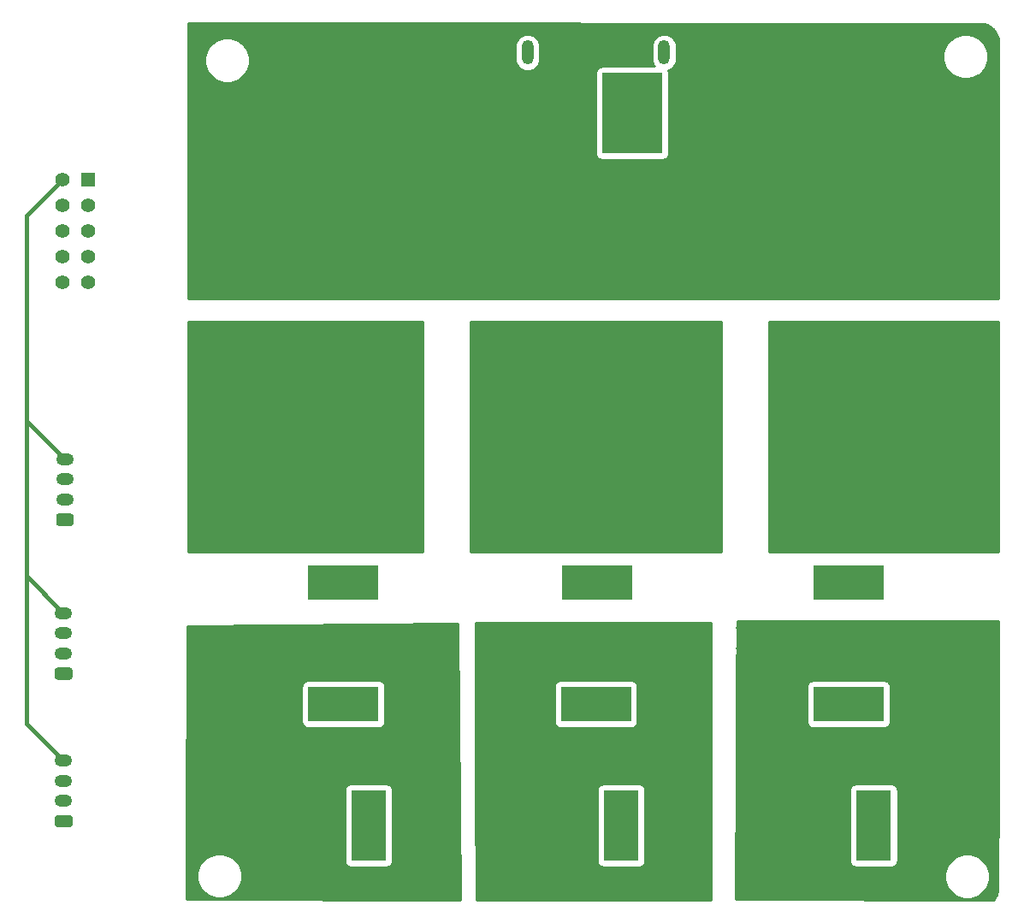
<source format=gbr>
G04 #@! TF.GenerationSoftware,KiCad,Pcbnew,(5.1.10)-1*
G04 #@! TF.CreationDate,2022-04-16T12:49:33+05:30*
G04 #@! TF.ProjectId,New PCB Stack,4e657720-5043-4422-9053-7461636b2e6b,rev?*
G04 #@! TF.SameCoordinates,Original*
G04 #@! TF.FileFunction,Copper,L1,Top*
G04 #@! TF.FilePolarity,Positive*
%FSLAX46Y46*%
G04 Gerber Fmt 4.6, Leading zero omitted, Abs format (unit mm)*
G04 Created by KiCad (PCBNEW (5.1.10)-1) date 2022-04-16 12:49:33*
%MOMM*%
%LPD*%
G01*
G04 APERTURE LIST*
G04 #@! TA.AperFunction,ComponentPad*
%ADD10O,1.200000X2.400000*%
G04 #@! TD*
G04 #@! TA.AperFunction,ComponentPad*
%ADD11R,6.000000X8.000000*%
G04 #@! TD*
G04 #@! TA.AperFunction,ComponentPad*
%ADD12R,3.500000X7.000000*%
G04 #@! TD*
G04 #@! TA.AperFunction,ComponentPad*
%ADD13R,7.000000X3.500000*%
G04 #@! TD*
G04 #@! TA.AperFunction,ComponentPad*
%ADD14C,1.398000*%
G04 #@! TD*
G04 #@! TA.AperFunction,ComponentPad*
%ADD15R,1.398000X1.398000*%
G04 #@! TD*
G04 #@! TA.AperFunction,ComponentPad*
%ADD16O,1.750000X1.200000*%
G04 #@! TD*
G04 #@! TA.AperFunction,ComponentPad*
%ADD17C,2.400000*%
G04 #@! TD*
G04 #@! TA.AperFunction,ViaPad*
%ADD18C,0.800000*%
G04 #@! TD*
G04 #@! TA.AperFunction,Conductor*
%ADD19C,0.400000*%
G04 #@! TD*
G04 #@! TA.AperFunction,Conductor*
%ADD20C,0.254000*%
G04 #@! TD*
G04 #@! TA.AperFunction,Conductor*
%ADD21C,0.100000*%
G04 #@! TD*
G04 APERTURE END LIST*
D10*
G04 #@! TO.P,J5,S2*
G04 #@! TO.N,N/C*
X143250000Y-40500000D03*
G04 #@! TO.P,J5,S1*
X129750000Y-40500000D03*
D11*
G04 #@! TO.P,J5,2*
G04 #@! TO.N,GND*
X140100000Y-46500000D03*
G04 #@! TO.P,J5,1*
G04 #@! TO.N,+24V*
X132900000Y-46500000D03*
G04 #@! TD*
D12*
G04 #@! TO.P,J12,2*
G04 #@! TO.N,Net-(J12-Pad2)*
X159000000Y-117000000D03*
G04 #@! TO.P,J12,1*
G04 #@! TO.N,Net-(J12-Pad1)*
X164000000Y-117000000D03*
G04 #@! TD*
G04 #@! TO.P,J9,2*
G04 #@! TO.N,Net-(J10-Pad1)*
X134000000Y-117000000D03*
G04 #@! TO.P,J9,1*
G04 #@! TO.N,Net-(J10-Pad2)*
X139000000Y-117000000D03*
G04 #@! TD*
G04 #@! TO.P,J7,2*
G04 #@! TO.N,Net-(J6-Pad1)*
X109000000Y-117000000D03*
G04 #@! TO.P,J7,1*
G04 #@! TO.N,Net-(J6-Pad2)*
X114000000Y-117000000D03*
G04 #@! TD*
D13*
G04 #@! TO.P,J13,2*
G04 #@! TO.N,Net-(J12-Pad1)*
X161500000Y-105000000D03*
G04 #@! TO.P,J13,1*
G04 #@! TO.N,Net-(J12-Pad2)*
X161500000Y-100000000D03*
G04 #@! TD*
G04 #@! TO.P,J8,2*
G04 #@! TO.N,GND*
X161500000Y-93000000D03*
G04 #@! TO.P,J8,1*
G04 #@! TO.N,+24V*
X161500000Y-88000000D03*
G04 #@! TD*
G04 #@! TO.P,J10,2*
G04 #@! TO.N,Net-(J10-Pad2)*
X136500000Y-105000000D03*
G04 #@! TO.P,J10,1*
G04 #@! TO.N,Net-(J10-Pad1)*
X136500000Y-100000000D03*
G04 #@! TD*
G04 #@! TO.P,J11,2*
G04 #@! TO.N,GND*
X136600000Y-93000000D03*
G04 #@! TO.P,J11,1*
G04 #@! TO.N,+24V*
X136600000Y-88000000D03*
G04 #@! TD*
G04 #@! TO.P,J6,2*
G04 #@! TO.N,Net-(J6-Pad2)*
X111500000Y-105000000D03*
G04 #@! TO.P,J6,1*
G04 #@! TO.N,Net-(J6-Pad1)*
X111500000Y-100000000D03*
G04 #@! TD*
G04 #@! TO.P,J4,2*
G04 #@! TO.N,GND*
X111500000Y-93000000D03*
G04 #@! TO.P,J4,1*
G04 #@! TO.N,+24V*
X111500000Y-88000000D03*
G04 #@! TD*
D14*
G04 #@! TO.P,J18,10*
G04 #@! TO.N,Net-(J18-Pad10)*
X83693000Y-63246000D03*
G04 #@! TO.P,J18,9*
G04 #@! TO.N,Net-(J18-Pad9)*
X83693000Y-60706000D03*
G04 #@! TO.P,J18,8*
G04 #@! TO.N,GND*
X83693000Y-58166000D03*
G04 #@! TO.P,J18,7*
G04 #@! TO.N,Net-(J18-Pad7)*
X83693000Y-55626000D03*
G04 #@! TO.P,J18,6*
G04 #@! TO.N,DIR*
X83693000Y-53086000D03*
G04 #@! TO.P,J18,5*
G04 #@! TO.N,Net-(J18-Pad5)*
X86233000Y-63246000D03*
G04 #@! TO.P,J18,4*
G04 #@! TO.N,Net-(J18-Pad4)*
X86233000Y-60706000D03*
G04 #@! TO.P,J18,3*
G04 #@! TO.N,GND*
X86233000Y-58166000D03*
G04 #@! TO.P,J18,2*
G04 #@! TO.N,Net-(J18-Pad2)*
X86233000Y-55626000D03*
D15*
G04 #@! TO.P,J18,1*
G04 #@! TO.N,PWM*
X86233000Y-53086000D03*
G04 #@! TD*
D16*
G04 #@! TO.P,J17,4*
G04 #@! TO.N,DIR*
X83820000Y-95981000D03*
G04 #@! TO.P,J17,3*
G04 #@! TO.N,PWM*
X83820000Y-97981000D03*
G04 #@! TO.P,J17,2*
G04 #@! TO.N,Net-(J17-Pad2)*
X83820000Y-99981000D03*
G04 #@! TO.P,J17,1*
G04 #@! TO.N,GND*
G04 #@! TA.AperFunction,ComponentPad*
G36*
G01*
X84445001Y-102581000D02*
X83194999Y-102581000D01*
G75*
G02*
X82945000Y-102331001I0J249999D01*
G01*
X82945000Y-101630999D01*
G75*
G02*
X83194999Y-101381000I249999J0D01*
G01*
X84445001Y-101381000D01*
G75*
G02*
X84695000Y-101630999I0J-249999D01*
G01*
X84695000Y-102331001D01*
G75*
G02*
X84445001Y-102581000I-249999J0D01*
G01*
G37*
G04 #@! TD.AperFunction*
G04 #@! TD*
G04 #@! TO.P,J16,4*
G04 #@! TO.N,DIR*
X83820000Y-110586000D03*
G04 #@! TO.P,J16,3*
G04 #@! TO.N,PWM*
X83820000Y-112586000D03*
G04 #@! TO.P,J16,2*
G04 #@! TO.N,Net-(J16-Pad2)*
X83820000Y-114586000D03*
G04 #@! TO.P,J16,1*
G04 #@! TO.N,GND*
G04 #@! TA.AperFunction,ComponentPad*
G36*
G01*
X84445001Y-117186000D02*
X83194999Y-117186000D01*
G75*
G02*
X82945000Y-116936001I0J249999D01*
G01*
X82945000Y-116235999D01*
G75*
G02*
X83194999Y-115986000I249999J0D01*
G01*
X84445001Y-115986000D01*
G75*
G02*
X84695000Y-116235999I0J-249999D01*
G01*
X84695000Y-116936001D01*
G75*
G02*
X84445001Y-117186000I-249999J0D01*
G01*
G37*
G04 #@! TD.AperFunction*
G04 #@! TD*
G04 #@! TO.P,J15,4*
G04 #@! TO.N,DIR*
X83947000Y-80741000D03*
G04 #@! TO.P,J15,3*
G04 #@! TO.N,PWM*
X83947000Y-82741000D03*
G04 #@! TO.P,J15,2*
G04 #@! TO.N,Net-(J15-Pad2)*
X83947000Y-84741000D03*
G04 #@! TO.P,J15,1*
G04 #@! TO.N,GND*
G04 #@! TA.AperFunction,ComponentPad*
G36*
G01*
X84572001Y-87341000D02*
X83321999Y-87341000D01*
G75*
G02*
X83072000Y-87091001I0J249999D01*
G01*
X83072000Y-86390999D01*
G75*
G02*
X83321999Y-86141000I249999J0D01*
G01*
X84572001Y-86141000D01*
G75*
G02*
X84822000Y-86390999I0J-249999D01*
G01*
X84822000Y-87091001D01*
G75*
G02*
X84572001Y-87341000I-249999J0D01*
G01*
G37*
G04 #@! TD.AperFunction*
G04 #@! TD*
D17*
G04 #@! TO.P,J3,4*
G04 #@! TO.N,+24V*
X159600000Y-59080000D03*
G04 #@! TO.P,J3,3*
X163000000Y-59080000D03*
G04 #@! TO.P,J3,2*
X163000000Y-72550000D03*
G04 #@! TO.P,J3,1*
X159600000Y-72550000D03*
G04 #@! TD*
G04 #@! TO.P,J2,4*
G04 #@! TO.N,+24V*
X135000000Y-59030000D03*
G04 #@! TO.P,J2,3*
X138400000Y-59030000D03*
G04 #@! TO.P,J2,2*
X138400000Y-72500000D03*
G04 #@! TO.P,J2,1*
X135000000Y-72500000D03*
G04 #@! TD*
G04 #@! TO.P,J1,4*
G04 #@! TO.N,+24V*
X110100000Y-59030000D03*
G04 #@! TO.P,J1,3*
X113500000Y-59030000D03*
G04 #@! TO.P,J1,2*
X113500000Y-72500000D03*
G04 #@! TO.P,J1,1*
X110100000Y-72500000D03*
G04 #@! TD*
D18*
G04 #@! TO.N,+24V*
X112800000Y-81950000D03*
X115300000Y-81950000D03*
X112800000Y-83950000D03*
X135250000Y-84000000D03*
X132750000Y-84000000D03*
X129159000Y-45593000D03*
X127000000Y-48500000D03*
X135100000Y-51400000D03*
X127508000Y-50292000D03*
X127230000Y-45380000D03*
X131699000Y-51400000D03*
X130100000Y-51400000D03*
X127280000Y-51420000D03*
X128905000Y-43307000D03*
X128143000Y-44450000D03*
X127170000Y-43440000D03*
X129000000Y-50250000D03*
X129000000Y-48500000D03*
X128000000Y-47000000D03*
X133604000Y-51435000D03*
X166200000Y-64200000D03*
X156300000Y-64250000D03*
X158400000Y-63400000D03*
X166150000Y-55200000D03*
X156350000Y-57000000D03*
X156400000Y-55300000D03*
X156350000Y-60600000D03*
X156350000Y-58600000D03*
X156350000Y-62600000D03*
X162850000Y-62700000D03*
X160300000Y-64250000D03*
X166150000Y-56700000D03*
X166150000Y-62300000D03*
X162650000Y-55300000D03*
X160150000Y-56900000D03*
X162800000Y-64300000D03*
X166150000Y-60300000D03*
X162700000Y-56900000D03*
X160350000Y-62700000D03*
X164500000Y-63400000D03*
X160150000Y-55300000D03*
X166150000Y-58300000D03*
X141600000Y-64100000D03*
X131700000Y-64150000D03*
X133800000Y-63300000D03*
X141550000Y-55100000D03*
X131750000Y-56900000D03*
X131800000Y-55200000D03*
X131750000Y-60500000D03*
X131750000Y-58500000D03*
X131750000Y-62500000D03*
X138250000Y-62600000D03*
X135700000Y-64150000D03*
X141550000Y-56600000D03*
X141550000Y-62200000D03*
X138050000Y-55200000D03*
X135550000Y-56800000D03*
X138200000Y-64200000D03*
X141550000Y-60200000D03*
X138100000Y-56800000D03*
X135750000Y-62600000D03*
X140000000Y-63400000D03*
X135550000Y-55200000D03*
X141550000Y-58200000D03*
X113400000Y-64200000D03*
X116750000Y-58200000D03*
X116750000Y-62200000D03*
X106950000Y-60500000D03*
X116800000Y-64100000D03*
X106950000Y-58500000D03*
X106950000Y-62500000D03*
X116750000Y-60200000D03*
X115100000Y-63200000D03*
X110900000Y-64150000D03*
X106900000Y-64150000D03*
X113450000Y-62600000D03*
X109000000Y-63300000D03*
X113250000Y-55200000D03*
X116750000Y-56600000D03*
X110750000Y-56800000D03*
X116750000Y-55100000D03*
X113300000Y-56800000D03*
X110950000Y-62600000D03*
X110750000Y-55200000D03*
X106950000Y-56900000D03*
X107000000Y-55200000D03*
X156845000Y-88392000D03*
X165862000Y-88519000D03*
X162750000Y-81900000D03*
X165250000Y-83900000D03*
X160250000Y-83900000D03*
X165250000Y-81900000D03*
X165989000Y-85471000D03*
X162750000Y-83900000D03*
X156972000Y-85471000D03*
X160250000Y-81900000D03*
X157750000Y-83900000D03*
X157750000Y-81900000D03*
X132334000Y-85979000D03*
X137750000Y-84000000D03*
X140250000Y-84000000D03*
X141097000Y-86000000D03*
X135250000Y-82000000D03*
X140250000Y-82000000D03*
X132080000Y-88900000D03*
X141478000Y-84963000D03*
X137750000Y-82000000D03*
X132750000Y-82000000D03*
X107800000Y-81950000D03*
X110300000Y-81950000D03*
X115300000Y-83950000D03*
X110300000Y-83950000D03*
X107800000Y-83950000D03*
X115951000Y-85852000D03*
X115951000Y-88646000D03*
X107188000Y-88138000D03*
X107188000Y-85725000D03*
G04 #@! TO.N,Net-(J6-Pad1)*
X104902000Y-113030000D03*
X104902000Y-114935000D03*
X103870000Y-115990000D03*
X105870000Y-115990000D03*
X105840000Y-113870000D03*
X103840000Y-113870000D03*
X103900000Y-119890000D03*
X104775000Y-121539000D03*
X106680000Y-121412000D03*
X105900000Y-119890000D03*
X105910000Y-118100000D03*
X103910000Y-118100000D03*
X115697000Y-97536000D03*
X122100000Y-97650000D03*
X119600000Y-101650000D03*
X119600000Y-99650000D03*
X117100000Y-97650000D03*
X117602000Y-101600000D03*
X115824000Y-99695000D03*
X117602000Y-99822000D03*
X122100000Y-99650000D03*
X122100000Y-101650000D03*
X115951000Y-101727000D03*
X119600000Y-97650000D03*
X107400000Y-97950000D03*
X104900000Y-101950000D03*
X104900000Y-99950000D03*
X102400000Y-97950000D03*
X102400000Y-101950000D03*
X99900000Y-99950000D03*
X102400000Y-99950000D03*
X106299000Y-101092000D03*
X107315000Y-101950000D03*
X99900000Y-101950000D03*
X99900000Y-97950000D03*
X104900000Y-97950000D03*
G04 #@! TO.N,Net-(J10-Pad1)*
X132600000Y-101550000D03*
X131010000Y-118080000D03*
X130970000Y-115970000D03*
X129032000Y-121285000D03*
X128940000Y-113850000D03*
X132842000Y-112903000D03*
X135020000Y-112903000D03*
X131064000Y-121285000D03*
X129000000Y-119870000D03*
X129010000Y-118080000D03*
X131000000Y-119870000D03*
X128970000Y-115970000D03*
X130940000Y-113850000D03*
X139800000Y-101250000D03*
X147300000Y-97250000D03*
X139800000Y-99250000D03*
X147300000Y-99250000D03*
X142300000Y-101250000D03*
X144800000Y-101250000D03*
X142300000Y-97250000D03*
X139800000Y-97250000D03*
X144800000Y-99250000D03*
X142300000Y-99250000D03*
X147300000Y-101250000D03*
X144800000Y-97250000D03*
X127600000Y-97550000D03*
X127600000Y-99550000D03*
X132600000Y-99550000D03*
X130100000Y-97550000D03*
X125100000Y-99550000D03*
X127600000Y-101550000D03*
X130100000Y-99550000D03*
X125100000Y-97550000D03*
X125100000Y-101550000D03*
X130100000Y-101550000D03*
X132600000Y-97550000D03*
G04 #@! TO.N,Net-(J12-Pad2)*
X155880000Y-118270000D03*
X155840000Y-116160000D03*
X159950000Y-121412000D03*
X153810000Y-114040000D03*
X157861000Y-112776000D03*
X159890000Y-112776000D03*
X157950000Y-121412000D03*
X153870000Y-120060000D03*
X153880000Y-118270000D03*
X155870000Y-120060000D03*
X153840000Y-116160000D03*
X155810000Y-114040000D03*
X165500000Y-101150000D03*
X173000000Y-97150000D03*
X165500000Y-99150000D03*
X173000000Y-99150000D03*
X168000000Y-101150000D03*
X170500000Y-101150000D03*
X168000000Y-97150000D03*
X165500000Y-97150000D03*
X170500000Y-99150000D03*
X168000000Y-99150000D03*
X173000000Y-101150000D03*
X170500000Y-97150000D03*
X153300000Y-97450000D03*
X153300000Y-99450000D03*
X158300000Y-99450000D03*
X158300000Y-101450000D03*
X155800000Y-97450000D03*
X150800000Y-99450000D03*
X153300000Y-101450000D03*
X155800000Y-99450000D03*
X150800000Y-97450000D03*
X150800000Y-101450000D03*
X155800000Y-101450000D03*
X158300000Y-97450000D03*
G04 #@! TD*
D19*
G04 #@! TO.N,DIR*
X83693000Y-53086000D02*
X80137000Y-56642000D01*
X80137000Y-76931000D02*
X83947000Y-80741000D01*
X80137000Y-56642000D02*
X80137000Y-76931000D01*
X80137000Y-92298000D02*
X83820000Y-95981000D01*
X80137000Y-76931000D02*
X80137000Y-92298000D01*
X80137000Y-106903000D02*
X83820000Y-110586000D01*
X80137000Y-92298000D02*
X80137000Y-106903000D01*
G04 #@! TD*
D20*
G04 #@! TO.N,+24V*
X148873000Y-89873000D02*
X124127000Y-89873000D01*
X124127000Y-67127000D01*
X148873000Y-67127000D01*
X148873000Y-89873000D01*
G04 #@! TA.AperFunction,Conductor*
D21*
G36*
X148873000Y-89873000D02*
G01*
X124127000Y-89873000D01*
X124127000Y-67127000D01*
X148873000Y-67127000D01*
X148873000Y-89873000D01*
G37*
G04 #@! TD.AperFunction*
G04 #@! TD*
D20*
G04 #@! TO.N,+24V*
X176340001Y-89873000D02*
X153627000Y-89873000D01*
X153627000Y-67127000D01*
X176340000Y-67127000D01*
X176340001Y-89873000D01*
G04 #@! TA.AperFunction,Conductor*
D21*
G36*
X176340001Y-89873000D02*
G01*
X153627000Y-89873000D01*
X153627000Y-67127000D01*
X176340000Y-67127000D01*
X176340001Y-89873000D01*
G37*
G04 #@! TD.AperFunction*
G04 #@! TD*
D20*
G04 #@! TO.N,+24V*
X119373000Y-89873000D02*
X96127000Y-89873000D01*
X96127000Y-67127000D01*
X119373000Y-67127000D01*
X119373000Y-89873000D01*
G04 #@! TA.AperFunction,Conductor*
D21*
G36*
X119373000Y-89873000D02*
G01*
X96127000Y-89873000D01*
X96127000Y-67127000D01*
X119373000Y-67127000D01*
X119373000Y-89873000D01*
G37*
G04 #@! TD.AperFunction*
G04 #@! TD*
D20*
G04 #@! TO.N,Net-(J6-Pad1)*
X123061974Y-124357519D02*
X95949769Y-124250194D01*
X95964048Y-121779872D01*
X97015000Y-121779872D01*
X97015000Y-122220128D01*
X97100890Y-122651925D01*
X97269369Y-123058669D01*
X97513962Y-123424729D01*
X97825271Y-123736038D01*
X98191331Y-123980631D01*
X98598075Y-124149110D01*
X99029872Y-124235000D01*
X99470128Y-124235000D01*
X99901925Y-124149110D01*
X100308669Y-123980631D01*
X100674729Y-123736038D01*
X100986038Y-123424729D01*
X101230631Y-123058669D01*
X101399110Y-122651925D01*
X101485000Y-122220128D01*
X101485000Y-121779872D01*
X101399110Y-121348075D01*
X101230631Y-120941331D01*
X100986038Y-120575271D01*
X100674729Y-120263962D01*
X100308669Y-120019369D01*
X99901925Y-119850890D01*
X99470128Y-119765000D01*
X99029872Y-119765000D01*
X98598075Y-119850890D01*
X98191331Y-120019369D01*
X97825271Y-120263962D01*
X97513962Y-120575271D01*
X97269369Y-120941331D01*
X97100890Y-121348075D01*
X97015000Y-121779872D01*
X95964048Y-121779872D01*
X96011908Y-113500000D01*
X111611928Y-113500000D01*
X111611928Y-120500000D01*
X111624188Y-120624482D01*
X111660498Y-120744180D01*
X111719463Y-120854494D01*
X111798815Y-120951185D01*
X111895506Y-121030537D01*
X112005820Y-121089502D01*
X112125518Y-121125812D01*
X112250000Y-121138072D01*
X115750000Y-121138072D01*
X115874482Y-121125812D01*
X115994180Y-121089502D01*
X116104494Y-121030537D01*
X116201185Y-120951185D01*
X116280537Y-120854494D01*
X116339502Y-120744180D01*
X116375812Y-120624482D01*
X116388072Y-120500000D01*
X116388072Y-113500000D01*
X116375812Y-113375518D01*
X116339502Y-113255820D01*
X116280537Y-113145506D01*
X116201185Y-113048815D01*
X116104494Y-112969463D01*
X115994180Y-112910498D01*
X115874482Y-112874188D01*
X115750000Y-112861928D01*
X112250000Y-112861928D01*
X112125518Y-112874188D01*
X112005820Y-112910498D01*
X111895506Y-112969463D01*
X111798815Y-113048815D01*
X111719463Y-113145506D01*
X111660498Y-113255820D01*
X111624188Y-113375518D01*
X111611928Y-113500000D01*
X96011908Y-113500000D01*
X96071157Y-103250000D01*
X107361928Y-103250000D01*
X107361928Y-106750000D01*
X107374188Y-106874482D01*
X107410498Y-106994180D01*
X107469463Y-107104494D01*
X107548815Y-107201185D01*
X107645506Y-107280537D01*
X107755820Y-107339502D01*
X107875518Y-107375812D01*
X108000000Y-107388072D01*
X115000000Y-107388072D01*
X115124482Y-107375812D01*
X115244180Y-107339502D01*
X115354494Y-107280537D01*
X115451185Y-107201185D01*
X115530537Y-107104494D01*
X115589502Y-106994180D01*
X115625812Y-106874482D01*
X115638072Y-106750000D01*
X115638072Y-103250000D01*
X115625812Y-103125518D01*
X115589502Y-103005820D01*
X115530537Y-102895506D01*
X115451185Y-102798815D01*
X115354494Y-102719463D01*
X115244180Y-102660498D01*
X115124482Y-102624188D01*
X115000000Y-102611928D01*
X108000000Y-102611928D01*
X107875518Y-102624188D01*
X107755820Y-102660498D01*
X107645506Y-102719463D01*
X107548815Y-102798815D01*
X107469463Y-102895506D01*
X107410498Y-103005820D01*
X107374188Y-103125518D01*
X107361928Y-103250000D01*
X96071157Y-103250000D01*
X96105509Y-97307227D01*
X122842793Y-97002787D01*
X123061974Y-124357519D01*
G04 #@! TA.AperFunction,Conductor*
D21*
G36*
X123061974Y-124357519D02*
G01*
X95949769Y-124250194D01*
X95964048Y-121779872D01*
X97015000Y-121779872D01*
X97015000Y-122220128D01*
X97100890Y-122651925D01*
X97269369Y-123058669D01*
X97513962Y-123424729D01*
X97825271Y-123736038D01*
X98191331Y-123980631D01*
X98598075Y-124149110D01*
X99029872Y-124235000D01*
X99470128Y-124235000D01*
X99901925Y-124149110D01*
X100308669Y-123980631D01*
X100674729Y-123736038D01*
X100986038Y-123424729D01*
X101230631Y-123058669D01*
X101399110Y-122651925D01*
X101485000Y-122220128D01*
X101485000Y-121779872D01*
X101399110Y-121348075D01*
X101230631Y-120941331D01*
X100986038Y-120575271D01*
X100674729Y-120263962D01*
X100308669Y-120019369D01*
X99901925Y-119850890D01*
X99470128Y-119765000D01*
X99029872Y-119765000D01*
X98598075Y-119850890D01*
X98191331Y-120019369D01*
X97825271Y-120263962D01*
X97513962Y-120575271D01*
X97269369Y-120941331D01*
X97100890Y-121348075D01*
X97015000Y-121779872D01*
X95964048Y-121779872D01*
X96011908Y-113500000D01*
X111611928Y-113500000D01*
X111611928Y-120500000D01*
X111624188Y-120624482D01*
X111660498Y-120744180D01*
X111719463Y-120854494D01*
X111798815Y-120951185D01*
X111895506Y-121030537D01*
X112005820Y-121089502D01*
X112125518Y-121125812D01*
X112250000Y-121138072D01*
X115750000Y-121138072D01*
X115874482Y-121125812D01*
X115994180Y-121089502D01*
X116104494Y-121030537D01*
X116201185Y-120951185D01*
X116280537Y-120854494D01*
X116339502Y-120744180D01*
X116375812Y-120624482D01*
X116388072Y-120500000D01*
X116388072Y-113500000D01*
X116375812Y-113375518D01*
X116339502Y-113255820D01*
X116280537Y-113145506D01*
X116201185Y-113048815D01*
X116104494Y-112969463D01*
X115994180Y-112910498D01*
X115874482Y-112874188D01*
X115750000Y-112861928D01*
X112250000Y-112861928D01*
X112125518Y-112874188D01*
X112005820Y-112910498D01*
X111895506Y-112969463D01*
X111798815Y-113048815D01*
X111719463Y-113145506D01*
X111660498Y-113255820D01*
X111624188Y-113375518D01*
X111611928Y-113500000D01*
X96011908Y-113500000D01*
X96071157Y-103250000D01*
X107361928Y-103250000D01*
X107361928Y-106750000D01*
X107374188Y-106874482D01*
X107410498Y-106994180D01*
X107469463Y-107104494D01*
X107548815Y-107201185D01*
X107645506Y-107280537D01*
X107755820Y-107339502D01*
X107875518Y-107375812D01*
X108000000Y-107388072D01*
X115000000Y-107388072D01*
X115124482Y-107375812D01*
X115244180Y-107339502D01*
X115354494Y-107280537D01*
X115451185Y-107201185D01*
X115530537Y-107104494D01*
X115589502Y-106994180D01*
X115625812Y-106874482D01*
X115638072Y-106750000D01*
X115638072Y-103250000D01*
X115625812Y-103125518D01*
X115589502Y-103005820D01*
X115530537Y-102895506D01*
X115451185Y-102798815D01*
X115354494Y-102719463D01*
X115244180Y-102660498D01*
X115124482Y-102624188D01*
X115000000Y-102611928D01*
X108000000Y-102611928D01*
X107875518Y-102624188D01*
X107755820Y-102660498D01*
X107645506Y-102719463D01*
X107548815Y-102798815D01*
X107469463Y-102895506D01*
X107410498Y-103005820D01*
X107374188Y-103125518D01*
X107361928Y-103250000D01*
X96071157Y-103250000D01*
X96105509Y-97307227D01*
X122842793Y-97002787D01*
X123061974Y-124357519D01*
G37*
G04 #@! TD.AperFunction*
G04 #@! TD*
D20*
G04 #@! TO.N,Net-(J10-Pad1)*
X147893904Y-124333000D02*
X124647904Y-124333000D01*
X124639687Y-113500000D01*
X136611928Y-113500000D01*
X136611928Y-120500000D01*
X136624188Y-120624482D01*
X136660498Y-120744180D01*
X136719463Y-120854494D01*
X136798815Y-120951185D01*
X136895506Y-121030537D01*
X137005820Y-121089502D01*
X137125518Y-121125812D01*
X137250000Y-121138072D01*
X140750000Y-121138072D01*
X140874482Y-121125812D01*
X140994180Y-121089502D01*
X141104494Y-121030537D01*
X141201185Y-120951185D01*
X141280537Y-120854494D01*
X141339502Y-120744180D01*
X141375812Y-120624482D01*
X141388072Y-120500000D01*
X141388072Y-113500000D01*
X141375812Y-113375518D01*
X141339502Y-113255820D01*
X141280537Y-113145506D01*
X141201185Y-113048815D01*
X141104494Y-112969463D01*
X140994180Y-112910498D01*
X140874482Y-112874188D01*
X140750000Y-112861928D01*
X137250000Y-112861928D01*
X137125518Y-112874188D01*
X137005820Y-112910498D01*
X136895506Y-112969463D01*
X136798815Y-113048815D01*
X136719463Y-113145506D01*
X136660498Y-113255820D01*
X136624188Y-113375518D01*
X136611928Y-113500000D01*
X124639687Y-113500000D01*
X124631912Y-103250000D01*
X132361928Y-103250000D01*
X132361928Y-106750000D01*
X132374188Y-106874482D01*
X132410498Y-106994180D01*
X132469463Y-107104494D01*
X132548815Y-107201185D01*
X132645506Y-107280537D01*
X132755820Y-107339502D01*
X132875518Y-107375812D01*
X133000000Y-107388072D01*
X140000000Y-107388072D01*
X140124482Y-107375812D01*
X140244180Y-107339502D01*
X140354494Y-107280537D01*
X140451185Y-107201185D01*
X140530537Y-107104494D01*
X140589502Y-106994180D01*
X140625812Y-106874482D01*
X140638072Y-106750000D01*
X140638072Y-103250000D01*
X140625812Y-103125518D01*
X140589502Y-103005820D01*
X140530537Y-102895506D01*
X140451185Y-102798815D01*
X140354494Y-102719463D01*
X140244180Y-102660498D01*
X140124482Y-102624188D01*
X140000000Y-102611928D01*
X133000000Y-102611928D01*
X132875518Y-102624188D01*
X132755820Y-102660498D01*
X132645506Y-102719463D01*
X132548815Y-102798815D01*
X132469463Y-102895506D01*
X132410498Y-103005820D01*
X132374188Y-103125518D01*
X132361928Y-103250000D01*
X124631912Y-103250000D01*
X124627096Y-96901000D01*
X147873096Y-96901000D01*
X147893904Y-124333000D01*
G04 #@! TA.AperFunction,Conductor*
D21*
G36*
X147893904Y-124333000D02*
G01*
X124647904Y-124333000D01*
X124639687Y-113500000D01*
X136611928Y-113500000D01*
X136611928Y-120500000D01*
X136624188Y-120624482D01*
X136660498Y-120744180D01*
X136719463Y-120854494D01*
X136798815Y-120951185D01*
X136895506Y-121030537D01*
X137005820Y-121089502D01*
X137125518Y-121125812D01*
X137250000Y-121138072D01*
X140750000Y-121138072D01*
X140874482Y-121125812D01*
X140994180Y-121089502D01*
X141104494Y-121030537D01*
X141201185Y-120951185D01*
X141280537Y-120854494D01*
X141339502Y-120744180D01*
X141375812Y-120624482D01*
X141388072Y-120500000D01*
X141388072Y-113500000D01*
X141375812Y-113375518D01*
X141339502Y-113255820D01*
X141280537Y-113145506D01*
X141201185Y-113048815D01*
X141104494Y-112969463D01*
X140994180Y-112910498D01*
X140874482Y-112874188D01*
X140750000Y-112861928D01*
X137250000Y-112861928D01*
X137125518Y-112874188D01*
X137005820Y-112910498D01*
X136895506Y-112969463D01*
X136798815Y-113048815D01*
X136719463Y-113145506D01*
X136660498Y-113255820D01*
X136624188Y-113375518D01*
X136611928Y-113500000D01*
X124639687Y-113500000D01*
X124631912Y-103250000D01*
X132361928Y-103250000D01*
X132361928Y-106750000D01*
X132374188Y-106874482D01*
X132410498Y-106994180D01*
X132469463Y-107104494D01*
X132548815Y-107201185D01*
X132645506Y-107280537D01*
X132755820Y-107339502D01*
X132875518Y-107375812D01*
X133000000Y-107388072D01*
X140000000Y-107388072D01*
X140124482Y-107375812D01*
X140244180Y-107339502D01*
X140354494Y-107280537D01*
X140451185Y-107201185D01*
X140530537Y-107104494D01*
X140589502Y-106994180D01*
X140625812Y-106874482D01*
X140638072Y-106750000D01*
X140638072Y-103250000D01*
X140625812Y-103125518D01*
X140589502Y-103005820D01*
X140530537Y-102895506D01*
X140451185Y-102798815D01*
X140354494Y-102719463D01*
X140244180Y-102660498D01*
X140124482Y-102624188D01*
X140000000Y-102611928D01*
X133000000Y-102611928D01*
X132875518Y-102624188D01*
X132755820Y-102660498D01*
X132645506Y-102719463D01*
X132548815Y-102798815D01*
X132469463Y-102895506D01*
X132410498Y-103005820D01*
X132374188Y-103125518D01*
X132361928Y-103250000D01*
X124631912Y-103250000D01*
X124627096Y-96901000D01*
X147873096Y-96901000D01*
X147893904Y-124333000D01*
G37*
G04 #@! TD.AperFunction*
G04 #@! TD*
D20*
G04 #@! TO.N,Net-(J12-Pad2)*
X176340001Y-96808415D02*
X176340001Y-113100514D01*
X176281795Y-123431083D01*
X176156890Y-123844790D01*
X175938382Y-124255745D01*
X175875949Y-124332295D01*
X150339071Y-124298170D01*
X150350355Y-121826872D01*
X170993000Y-121826872D01*
X170993000Y-122267128D01*
X171078890Y-122698925D01*
X171247369Y-123105669D01*
X171491962Y-123471729D01*
X171803271Y-123783038D01*
X172169331Y-124027631D01*
X172576075Y-124196110D01*
X173007872Y-124282000D01*
X173448128Y-124282000D01*
X173879925Y-124196110D01*
X174286669Y-124027631D01*
X174652729Y-123783038D01*
X174964038Y-123471729D01*
X175208631Y-123105669D01*
X175377110Y-122698925D01*
X175463000Y-122267128D01*
X175463000Y-121826872D01*
X175377110Y-121395075D01*
X175208631Y-120988331D01*
X174964038Y-120622271D01*
X174652729Y-120310962D01*
X174286669Y-120066369D01*
X173879925Y-119897890D01*
X173448128Y-119812000D01*
X173007872Y-119812000D01*
X172576075Y-119897890D01*
X172169331Y-120066369D01*
X171803271Y-120310962D01*
X171491962Y-120622271D01*
X171247369Y-120988331D01*
X171078890Y-121395075D01*
X170993000Y-121826872D01*
X150350355Y-121826872D01*
X150388377Y-113500000D01*
X161611928Y-113500000D01*
X161611928Y-120500000D01*
X161624188Y-120624482D01*
X161660498Y-120744180D01*
X161719463Y-120854494D01*
X161798815Y-120951185D01*
X161895506Y-121030537D01*
X162005820Y-121089502D01*
X162125518Y-121125812D01*
X162250000Y-121138072D01*
X165750000Y-121138072D01*
X165874482Y-121125812D01*
X165994180Y-121089502D01*
X166104494Y-121030537D01*
X166201185Y-120951185D01*
X166280537Y-120854494D01*
X166339502Y-120744180D01*
X166375812Y-120624482D01*
X166388072Y-120500000D01*
X166388072Y-113500000D01*
X166375812Y-113375518D01*
X166339502Y-113255820D01*
X166280537Y-113145506D01*
X166201185Y-113048815D01*
X166104494Y-112969463D01*
X165994180Y-112910498D01*
X165874482Y-112874188D01*
X165750000Y-112861928D01*
X162250000Y-112861928D01*
X162125518Y-112874188D01*
X162005820Y-112910498D01*
X161895506Y-112969463D01*
X161798815Y-113048815D01*
X161719463Y-113145506D01*
X161660498Y-113255820D01*
X161624188Y-113375518D01*
X161611928Y-113500000D01*
X150388377Y-113500000D01*
X150435181Y-103250000D01*
X157361928Y-103250000D01*
X157361928Y-106750000D01*
X157374188Y-106874482D01*
X157410498Y-106994180D01*
X157469463Y-107104494D01*
X157548815Y-107201185D01*
X157645506Y-107280537D01*
X157755820Y-107339502D01*
X157875518Y-107375812D01*
X158000000Y-107388072D01*
X165000000Y-107388072D01*
X165124482Y-107375812D01*
X165244180Y-107339502D01*
X165354494Y-107280537D01*
X165451185Y-107201185D01*
X165530537Y-107104494D01*
X165589502Y-106994180D01*
X165625812Y-106874482D01*
X165638072Y-106750000D01*
X165638072Y-103250000D01*
X165625812Y-103125518D01*
X165589502Y-103005820D01*
X165530537Y-102895506D01*
X165451185Y-102798815D01*
X165354494Y-102719463D01*
X165244180Y-102660498D01*
X165124482Y-102624188D01*
X165000000Y-102611928D01*
X158000000Y-102611928D01*
X157875518Y-102624188D01*
X157755820Y-102660498D01*
X157645506Y-102719463D01*
X157548815Y-102798815D01*
X157469463Y-102895506D01*
X157410498Y-103005820D01*
X157374188Y-103125518D01*
X157361928Y-103250000D01*
X150435181Y-103250000D01*
X150464910Y-96739338D01*
X176340001Y-96808415D01*
G04 #@! TA.AperFunction,Conductor*
D21*
G36*
X176340001Y-96808415D02*
G01*
X176340001Y-113100514D01*
X176281795Y-123431083D01*
X176156890Y-123844790D01*
X175938382Y-124255745D01*
X175875949Y-124332295D01*
X150339071Y-124298170D01*
X150350355Y-121826872D01*
X170993000Y-121826872D01*
X170993000Y-122267128D01*
X171078890Y-122698925D01*
X171247369Y-123105669D01*
X171491962Y-123471729D01*
X171803271Y-123783038D01*
X172169331Y-124027631D01*
X172576075Y-124196110D01*
X173007872Y-124282000D01*
X173448128Y-124282000D01*
X173879925Y-124196110D01*
X174286669Y-124027631D01*
X174652729Y-123783038D01*
X174964038Y-123471729D01*
X175208631Y-123105669D01*
X175377110Y-122698925D01*
X175463000Y-122267128D01*
X175463000Y-121826872D01*
X175377110Y-121395075D01*
X175208631Y-120988331D01*
X174964038Y-120622271D01*
X174652729Y-120310962D01*
X174286669Y-120066369D01*
X173879925Y-119897890D01*
X173448128Y-119812000D01*
X173007872Y-119812000D01*
X172576075Y-119897890D01*
X172169331Y-120066369D01*
X171803271Y-120310962D01*
X171491962Y-120622271D01*
X171247369Y-120988331D01*
X171078890Y-121395075D01*
X170993000Y-121826872D01*
X150350355Y-121826872D01*
X150388377Y-113500000D01*
X161611928Y-113500000D01*
X161611928Y-120500000D01*
X161624188Y-120624482D01*
X161660498Y-120744180D01*
X161719463Y-120854494D01*
X161798815Y-120951185D01*
X161895506Y-121030537D01*
X162005820Y-121089502D01*
X162125518Y-121125812D01*
X162250000Y-121138072D01*
X165750000Y-121138072D01*
X165874482Y-121125812D01*
X165994180Y-121089502D01*
X166104494Y-121030537D01*
X166201185Y-120951185D01*
X166280537Y-120854494D01*
X166339502Y-120744180D01*
X166375812Y-120624482D01*
X166388072Y-120500000D01*
X166388072Y-113500000D01*
X166375812Y-113375518D01*
X166339502Y-113255820D01*
X166280537Y-113145506D01*
X166201185Y-113048815D01*
X166104494Y-112969463D01*
X165994180Y-112910498D01*
X165874482Y-112874188D01*
X165750000Y-112861928D01*
X162250000Y-112861928D01*
X162125518Y-112874188D01*
X162005820Y-112910498D01*
X161895506Y-112969463D01*
X161798815Y-113048815D01*
X161719463Y-113145506D01*
X161660498Y-113255820D01*
X161624188Y-113375518D01*
X161611928Y-113500000D01*
X150388377Y-113500000D01*
X150435181Y-103250000D01*
X157361928Y-103250000D01*
X157361928Y-106750000D01*
X157374188Y-106874482D01*
X157410498Y-106994180D01*
X157469463Y-107104494D01*
X157548815Y-107201185D01*
X157645506Y-107280537D01*
X157755820Y-107339502D01*
X157875518Y-107375812D01*
X158000000Y-107388072D01*
X165000000Y-107388072D01*
X165124482Y-107375812D01*
X165244180Y-107339502D01*
X165354494Y-107280537D01*
X165451185Y-107201185D01*
X165530537Y-107104494D01*
X165589502Y-106994180D01*
X165625812Y-106874482D01*
X165638072Y-106750000D01*
X165638072Y-103250000D01*
X165625812Y-103125518D01*
X165589502Y-103005820D01*
X165530537Y-102895506D01*
X165451185Y-102798815D01*
X165354494Y-102719463D01*
X165244180Y-102660498D01*
X165124482Y-102624188D01*
X165000000Y-102611928D01*
X158000000Y-102611928D01*
X157875518Y-102624188D01*
X157755820Y-102660498D01*
X157645506Y-102719463D01*
X157548815Y-102798815D01*
X157469463Y-102895506D01*
X157410498Y-103005820D01*
X157374188Y-103125518D01*
X157361928Y-103250000D01*
X150435181Y-103250000D01*
X150464910Y-96739338D01*
X176340001Y-96808415D01*
G37*
G04 #@! TD.AperFunction*
G04 #@! TD*
D20*
G04 #@! TO.N,+24V*
X174465844Y-37659987D02*
X174855333Y-37697862D01*
X175198603Y-37801202D01*
X175515264Y-37969248D01*
X175793253Y-38195601D01*
X176021984Y-38471638D01*
X176192741Y-38786845D01*
X176299022Y-39129212D01*
X176340000Y-39516118D01*
X176340000Y-64883877D01*
X96127000Y-64873017D01*
X96127000Y-41029872D01*
X97765000Y-41029872D01*
X97765000Y-41470128D01*
X97850890Y-41901925D01*
X98019369Y-42308669D01*
X98263962Y-42674729D01*
X98575271Y-42986038D01*
X98941331Y-43230631D01*
X99348075Y-43399110D01*
X99779872Y-43485000D01*
X100220128Y-43485000D01*
X100651925Y-43399110D01*
X101058669Y-43230631D01*
X101424729Y-42986038D01*
X101736038Y-42674729D01*
X101852787Y-42500000D01*
X136461928Y-42500000D01*
X136461928Y-50500000D01*
X136474188Y-50624482D01*
X136510498Y-50744180D01*
X136569463Y-50854494D01*
X136648815Y-50951185D01*
X136745506Y-51030537D01*
X136855820Y-51089502D01*
X136975518Y-51125812D01*
X137100000Y-51138072D01*
X143100000Y-51138072D01*
X143224482Y-51125812D01*
X143344180Y-51089502D01*
X143454494Y-51030537D01*
X143551185Y-50951185D01*
X143630537Y-50854494D01*
X143689502Y-50744180D01*
X143725812Y-50624482D01*
X143738072Y-50500000D01*
X143738072Y-42500000D01*
X143725812Y-42375518D01*
X143689899Y-42257129D01*
X143724901Y-42246511D01*
X143939449Y-42131833D01*
X144127502Y-41977502D01*
X144281833Y-41789449D01*
X144396511Y-41574901D01*
X144467130Y-41342102D01*
X144485000Y-41160665D01*
X144485000Y-40673872D01*
X170866000Y-40673872D01*
X170866000Y-41114128D01*
X170951890Y-41545925D01*
X171120369Y-41952669D01*
X171364962Y-42318729D01*
X171676271Y-42630038D01*
X172042331Y-42874631D01*
X172449075Y-43043110D01*
X172880872Y-43129000D01*
X173321128Y-43129000D01*
X173752925Y-43043110D01*
X174159669Y-42874631D01*
X174525729Y-42630038D01*
X174837038Y-42318729D01*
X175081631Y-41952669D01*
X175250110Y-41545925D01*
X175336000Y-41114128D01*
X175336000Y-40673872D01*
X175250110Y-40242075D01*
X175081631Y-39835331D01*
X174837038Y-39469271D01*
X174525729Y-39157962D01*
X174159669Y-38913369D01*
X173752925Y-38744890D01*
X173321128Y-38659000D01*
X172880872Y-38659000D01*
X172449075Y-38744890D01*
X172042331Y-38913369D01*
X171676271Y-39157962D01*
X171364962Y-39469271D01*
X171120369Y-39835331D01*
X170951890Y-40242075D01*
X170866000Y-40673872D01*
X144485000Y-40673872D01*
X144485000Y-39839335D01*
X144467130Y-39657898D01*
X144396511Y-39425099D01*
X144281833Y-39210551D01*
X144127502Y-39022498D01*
X143939448Y-38868167D01*
X143724900Y-38753489D01*
X143492101Y-38682870D01*
X143250000Y-38659025D01*
X143007898Y-38682870D01*
X142775099Y-38753489D01*
X142560551Y-38868167D01*
X142372498Y-39022498D01*
X142218167Y-39210552D01*
X142103489Y-39425100D01*
X142032870Y-39657899D01*
X142015000Y-39839336D01*
X142015000Y-41160665D01*
X142032870Y-41342102D01*
X142103489Y-41574901D01*
X142218168Y-41789449D01*
X142277650Y-41861928D01*
X137100000Y-41861928D01*
X136975518Y-41874188D01*
X136855820Y-41910498D01*
X136745506Y-41969463D01*
X136648815Y-42048815D01*
X136569463Y-42145506D01*
X136510498Y-42255820D01*
X136474188Y-42375518D01*
X136461928Y-42500000D01*
X101852787Y-42500000D01*
X101980631Y-42308669D01*
X102149110Y-41901925D01*
X102235000Y-41470128D01*
X102235000Y-41029872D01*
X102149110Y-40598075D01*
X101980631Y-40191331D01*
X101745436Y-39839336D01*
X128515000Y-39839336D01*
X128515000Y-41160665D01*
X128532870Y-41342102D01*
X128603489Y-41574901D01*
X128718168Y-41789449D01*
X128872499Y-41977502D01*
X129060552Y-42131833D01*
X129275100Y-42246511D01*
X129507899Y-42317130D01*
X129750000Y-42340975D01*
X129992102Y-42317130D01*
X130224901Y-42246511D01*
X130439449Y-42131833D01*
X130627502Y-41977502D01*
X130781833Y-41789449D01*
X130896511Y-41574901D01*
X130967130Y-41342102D01*
X130985000Y-41160665D01*
X130985000Y-39839335D01*
X130967130Y-39657898D01*
X130896511Y-39425099D01*
X130781833Y-39210551D01*
X130627502Y-39022498D01*
X130439448Y-38868167D01*
X130224900Y-38753489D01*
X129992101Y-38682870D01*
X129750000Y-38659025D01*
X129507898Y-38682870D01*
X129275099Y-38753489D01*
X129060551Y-38868167D01*
X128872498Y-39022498D01*
X128718167Y-39210552D01*
X128603489Y-39425100D01*
X128532870Y-39657899D01*
X128515000Y-39839336D01*
X101745436Y-39839336D01*
X101736038Y-39825271D01*
X101424729Y-39513962D01*
X101058669Y-39269369D01*
X100651925Y-39100890D01*
X100220128Y-39015000D01*
X99779872Y-39015000D01*
X99348075Y-39100890D01*
X98941331Y-39269369D01*
X98575271Y-39513962D01*
X98263962Y-39825271D01*
X98019369Y-40191331D01*
X97850890Y-40598075D01*
X97765000Y-41029872D01*
X96127000Y-41029872D01*
X96127000Y-37625779D01*
X174465844Y-37659987D01*
G04 #@! TA.AperFunction,Conductor*
D21*
G36*
X174465844Y-37659987D02*
G01*
X174855333Y-37697862D01*
X175198603Y-37801202D01*
X175515264Y-37969248D01*
X175793253Y-38195601D01*
X176021984Y-38471638D01*
X176192741Y-38786845D01*
X176299022Y-39129212D01*
X176340000Y-39516118D01*
X176340000Y-64883877D01*
X96127000Y-64873017D01*
X96127000Y-41029872D01*
X97765000Y-41029872D01*
X97765000Y-41470128D01*
X97850890Y-41901925D01*
X98019369Y-42308669D01*
X98263962Y-42674729D01*
X98575271Y-42986038D01*
X98941331Y-43230631D01*
X99348075Y-43399110D01*
X99779872Y-43485000D01*
X100220128Y-43485000D01*
X100651925Y-43399110D01*
X101058669Y-43230631D01*
X101424729Y-42986038D01*
X101736038Y-42674729D01*
X101852787Y-42500000D01*
X136461928Y-42500000D01*
X136461928Y-50500000D01*
X136474188Y-50624482D01*
X136510498Y-50744180D01*
X136569463Y-50854494D01*
X136648815Y-50951185D01*
X136745506Y-51030537D01*
X136855820Y-51089502D01*
X136975518Y-51125812D01*
X137100000Y-51138072D01*
X143100000Y-51138072D01*
X143224482Y-51125812D01*
X143344180Y-51089502D01*
X143454494Y-51030537D01*
X143551185Y-50951185D01*
X143630537Y-50854494D01*
X143689502Y-50744180D01*
X143725812Y-50624482D01*
X143738072Y-50500000D01*
X143738072Y-42500000D01*
X143725812Y-42375518D01*
X143689899Y-42257129D01*
X143724901Y-42246511D01*
X143939449Y-42131833D01*
X144127502Y-41977502D01*
X144281833Y-41789449D01*
X144396511Y-41574901D01*
X144467130Y-41342102D01*
X144485000Y-41160665D01*
X144485000Y-40673872D01*
X170866000Y-40673872D01*
X170866000Y-41114128D01*
X170951890Y-41545925D01*
X171120369Y-41952669D01*
X171364962Y-42318729D01*
X171676271Y-42630038D01*
X172042331Y-42874631D01*
X172449075Y-43043110D01*
X172880872Y-43129000D01*
X173321128Y-43129000D01*
X173752925Y-43043110D01*
X174159669Y-42874631D01*
X174525729Y-42630038D01*
X174837038Y-42318729D01*
X175081631Y-41952669D01*
X175250110Y-41545925D01*
X175336000Y-41114128D01*
X175336000Y-40673872D01*
X175250110Y-40242075D01*
X175081631Y-39835331D01*
X174837038Y-39469271D01*
X174525729Y-39157962D01*
X174159669Y-38913369D01*
X173752925Y-38744890D01*
X173321128Y-38659000D01*
X172880872Y-38659000D01*
X172449075Y-38744890D01*
X172042331Y-38913369D01*
X171676271Y-39157962D01*
X171364962Y-39469271D01*
X171120369Y-39835331D01*
X170951890Y-40242075D01*
X170866000Y-40673872D01*
X144485000Y-40673872D01*
X144485000Y-39839335D01*
X144467130Y-39657898D01*
X144396511Y-39425099D01*
X144281833Y-39210551D01*
X144127502Y-39022498D01*
X143939448Y-38868167D01*
X143724900Y-38753489D01*
X143492101Y-38682870D01*
X143250000Y-38659025D01*
X143007898Y-38682870D01*
X142775099Y-38753489D01*
X142560551Y-38868167D01*
X142372498Y-39022498D01*
X142218167Y-39210552D01*
X142103489Y-39425100D01*
X142032870Y-39657899D01*
X142015000Y-39839336D01*
X142015000Y-41160665D01*
X142032870Y-41342102D01*
X142103489Y-41574901D01*
X142218168Y-41789449D01*
X142277650Y-41861928D01*
X137100000Y-41861928D01*
X136975518Y-41874188D01*
X136855820Y-41910498D01*
X136745506Y-41969463D01*
X136648815Y-42048815D01*
X136569463Y-42145506D01*
X136510498Y-42255820D01*
X136474188Y-42375518D01*
X136461928Y-42500000D01*
X101852787Y-42500000D01*
X101980631Y-42308669D01*
X102149110Y-41901925D01*
X102235000Y-41470128D01*
X102235000Y-41029872D01*
X102149110Y-40598075D01*
X101980631Y-40191331D01*
X101745436Y-39839336D01*
X128515000Y-39839336D01*
X128515000Y-41160665D01*
X128532870Y-41342102D01*
X128603489Y-41574901D01*
X128718168Y-41789449D01*
X128872499Y-41977502D01*
X129060552Y-42131833D01*
X129275100Y-42246511D01*
X129507899Y-42317130D01*
X129750000Y-42340975D01*
X129992102Y-42317130D01*
X130224901Y-42246511D01*
X130439449Y-42131833D01*
X130627502Y-41977502D01*
X130781833Y-41789449D01*
X130896511Y-41574901D01*
X130967130Y-41342102D01*
X130985000Y-41160665D01*
X130985000Y-39839335D01*
X130967130Y-39657898D01*
X130896511Y-39425099D01*
X130781833Y-39210551D01*
X130627502Y-39022498D01*
X130439448Y-38868167D01*
X130224900Y-38753489D01*
X129992101Y-38682870D01*
X129750000Y-38659025D01*
X129507898Y-38682870D01*
X129275099Y-38753489D01*
X129060551Y-38868167D01*
X128872498Y-39022498D01*
X128718167Y-39210552D01*
X128603489Y-39425100D01*
X128532870Y-39657899D01*
X128515000Y-39839336D01*
X101745436Y-39839336D01*
X101736038Y-39825271D01*
X101424729Y-39513962D01*
X101058669Y-39269369D01*
X100651925Y-39100890D01*
X100220128Y-39015000D01*
X99779872Y-39015000D01*
X99348075Y-39100890D01*
X98941331Y-39269369D01*
X98575271Y-39513962D01*
X98263962Y-39825271D01*
X98019369Y-40191331D01*
X97850890Y-40598075D01*
X97765000Y-41029872D01*
X96127000Y-41029872D01*
X96127000Y-37625779D01*
X174465844Y-37659987D01*
G37*
G04 #@! TD.AperFunction*
G04 #@! TD*
M02*

</source>
